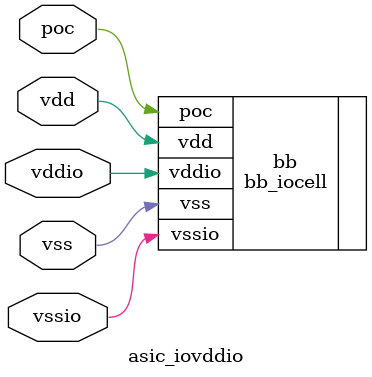
<source format=v>
module asic_iovddio #( 
    parameter DIR = "NO",
    parameter TYPE = "SOFT"
) (
    inout vdd,
    inout vss,
    inout vddio,
    inout vssio,
    inout poc
);

bb_iocell bb (
    .vdd(vdd),
    .vss(vss),
    .vddio(vddio),
    .vssio(vssio),
    .poc(poc)
);

endmodule
</source>
